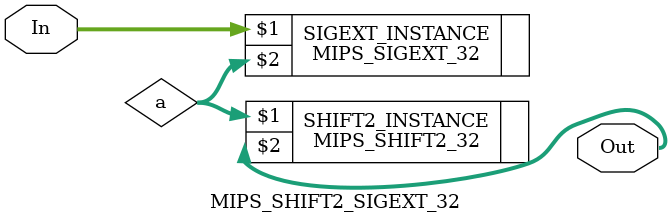
<source format=sv>
module MIPS_SHIFT2_SIGEXT_32(input logic [15:0] In, output logic [31:0] Out);

	logic [31:0] a;
	
	MIPS_SIGEXT_32 SIGEXT_INSTANCE(In, a);
	
	MIPS_SHIFT2_32 SHIFT2_INSTANCE(a, Out);
	
endmodule

</source>
